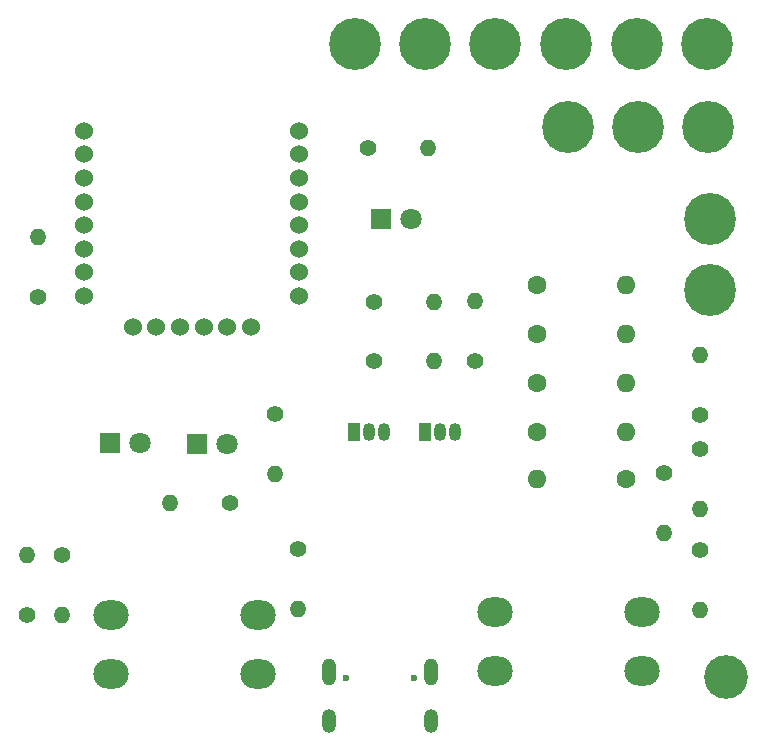
<source format=gbr>
%TF.GenerationSoftware,KiCad,Pcbnew,7.0.9*%
%TF.CreationDate,2024-01-07T00:29:14+01:00*%
%TF.ProjectId,esp32_programmer,65737033-325f-4707-926f-6772616d6d65,rev?*%
%TF.SameCoordinates,Original*%
%TF.FileFunction,Soldermask,Bot*%
%TF.FilePolarity,Negative*%
%FSLAX46Y46*%
G04 Gerber Fmt 4.6, Leading zero omitted, Abs format (unit mm)*
G04 Created by KiCad (PCBNEW 7.0.9) date 2024-01-07 00:29:14*
%MOMM*%
%LPD*%
G01*
G04 APERTURE LIST*
%ADD10C,1.400000*%
%ADD11O,1.400000X1.400000*%
%ADD12C,1.600000*%
%ADD13O,1.600000X1.600000*%
%ADD14C,0.700000*%
%ADD15C,4.400000*%
%ADD16O,3.000000X2.500000*%
%ADD17R,1.800000X1.800000*%
%ADD18C,1.800000*%
%ADD19C,1.524000*%
%ADD20C,3.700000*%
%ADD21R,1.050000X1.500000*%
%ADD22O,1.050000X1.500000*%
%ADD23C,0.600000*%
%ADD24O,1.200000X2.300000*%
%ADD25O,1.200000X2.000000*%
G04 APERTURE END LIST*
D10*
%TO.C,R8*%
X149000000Y-131000000D03*
D11*
X149000000Y-136080000D03*
%TD*%
D12*
%TO.C,C3*%
X135250000Y-116850000D03*
D13*
X142750000Y-116850000D03*
%TD*%
D14*
%TO.C,PIN0*%
X124080000Y-88138000D03*
X124563274Y-86971274D03*
X124563274Y-89304726D03*
X125730000Y-86488000D03*
D15*
X125730000Y-88138000D03*
D14*
X125730000Y-89788000D03*
X126896726Y-86971274D03*
X126896726Y-89304726D03*
X127380000Y-88138000D03*
%TD*%
D10*
%TO.C,R7*%
X120920000Y-97000000D03*
D11*
X126000000Y-97000000D03*
%TD*%
D10*
%TO.C,R3*%
X121460000Y-115000000D03*
D11*
X126540000Y-115000000D03*
%TD*%
D12*
%TO.C,C5*%
X142750000Y-125000000D03*
D13*
X135250000Y-125000000D03*
%TD*%
D10*
%TO.C,R1*%
X115025581Y-130911470D03*
D11*
X115025581Y-135991470D03*
%TD*%
D14*
%TO.C,PIN2*%
X118183274Y-88166726D03*
X118666548Y-87000000D03*
X118666548Y-89333452D03*
X119833274Y-86516726D03*
D15*
X119833274Y-88166726D03*
D14*
X119833274Y-89816726D03*
X121000000Y-87000000D03*
X121000000Y-89333452D03*
X121483274Y-88166726D03*
%TD*%
D16*
%TO.C,SW2*%
X131652143Y-136270872D03*
X144152143Y-136270872D03*
X131652143Y-141270872D03*
X144152143Y-141270872D03*
%TD*%
D10*
%TO.C,R6*%
X92000000Y-136540000D03*
D11*
X92000000Y-131460000D03*
%TD*%
D17*
%TO.C,D2*%
X106460000Y-122000000D03*
D18*
X109000000Y-122000000D03*
%TD*%
D17*
%TO.C,D3*%
X99060000Y-121920000D03*
D18*
X101600000Y-121920000D03*
%TD*%
D10*
%TO.C,R10*%
X149000000Y-122460000D03*
D11*
X149000000Y-127540000D03*
%TD*%
D17*
%TO.C,D1*%
X122000000Y-103000000D03*
D18*
X124540000Y-103000000D03*
%TD*%
D14*
%TO.C,PIN16*%
X148000000Y-88166726D03*
X148483274Y-87000000D03*
X148483274Y-89333452D03*
X149650000Y-86516726D03*
D15*
X149650000Y-88166726D03*
D14*
X149650000Y-89816726D03*
X150816726Y-87000000D03*
X150816726Y-89333452D03*
X151300000Y-88166726D03*
%TD*%
D16*
%TO.C,SW1*%
X111622018Y-141489551D03*
X99122018Y-141489551D03*
X111622018Y-136489551D03*
X99122018Y-136489551D03*
%TD*%
D19*
%TO.C,U2*%
X96900000Y-95500000D03*
X96900000Y-97500000D03*
X96900000Y-99500000D03*
X96900000Y-101500000D03*
X96900000Y-103500000D03*
X96900000Y-105500000D03*
X96900000Y-107500000D03*
X96900000Y-109500000D03*
X101000000Y-112100000D03*
X103000000Y-112100000D03*
X105000000Y-112100000D03*
X107000000Y-112100000D03*
X109000000Y-112100000D03*
X111000000Y-112100000D03*
X115100000Y-109500000D03*
X115100000Y-107500000D03*
X115100000Y-105500000D03*
X115100000Y-103500000D03*
X115100000Y-101500000D03*
X115100000Y-99500000D03*
X115100000Y-97500000D03*
X115100000Y-95500000D03*
%TD*%
D14*
%TO.C,PIN15*%
X142000000Y-88166726D03*
X142483274Y-87000000D03*
X142483274Y-89333452D03*
X143650000Y-86516726D03*
D15*
X143650000Y-88166726D03*
D14*
X143650000Y-89816726D03*
X144816726Y-87000000D03*
X144816726Y-89333452D03*
X145300000Y-88166726D03*
%TD*%
%TO.C,GND*%
X148183274Y-109000000D03*
X148666548Y-107833274D03*
X148666548Y-110166726D03*
X149833274Y-107350000D03*
D15*
X149833274Y-109000000D03*
D14*
X149833274Y-110650000D03*
X151000000Y-107833274D03*
X151000000Y-110166726D03*
X151483274Y-109000000D03*
%TD*%
%TO.C,+5V*%
X148183274Y-103000000D03*
X148666548Y-101833274D03*
X148666548Y-104166726D03*
X149833274Y-101350000D03*
D15*
X149833274Y-103000000D03*
D14*
X149833274Y-104650000D03*
X151000000Y-101833274D03*
X151000000Y-104166726D03*
X151483274Y-103000000D03*
%TD*%
D10*
%TO.C,R5*%
X95000000Y-131460000D03*
D11*
X95000000Y-136540000D03*
%TD*%
D14*
%TO.C,TX*%
X143783274Y-96866726D03*
X142616548Y-96383452D03*
X144950000Y-96383452D03*
X142133274Y-95216726D03*
D15*
X143783274Y-95216726D03*
D14*
X145433274Y-95216726D03*
X142616548Y-94050000D03*
X144950000Y-94050000D03*
X143783274Y-93566726D03*
%TD*%
D10*
%TO.C,R11*%
X149000000Y-119540000D03*
D11*
X149000000Y-114460000D03*
%TD*%
D12*
%TO.C,C2*%
X135250000Y-112700000D03*
D13*
X142750000Y-112700000D03*
%TD*%
D12*
%TO.C,C1*%
X135250000Y-108550000D03*
D13*
X142750000Y-108550000D03*
%TD*%
D12*
%TO.C,C4*%
X135250000Y-121000000D03*
D13*
X142750000Y-121000000D03*
%TD*%
D20*
%TO.C,H13*%
X151250000Y-141750000D03*
%TD*%
D10*
%TO.C,R13*%
X146000000Y-124460000D03*
D11*
X146000000Y-129540000D03*
%TD*%
D14*
%TO.C,BOOT*%
X136000000Y-88166726D03*
X136483274Y-87000000D03*
X136483274Y-89333452D03*
X137650000Y-86516726D03*
D15*
X137650000Y-88166726D03*
D14*
X137650000Y-89816726D03*
X138816726Y-87000000D03*
X138816726Y-89333452D03*
X139300000Y-88166726D03*
%TD*%
%TO.C,RX*%
X137833274Y-96866726D03*
X136666548Y-96383452D03*
X139000000Y-96383452D03*
X136183274Y-95216726D03*
D15*
X137833274Y-95216726D03*
D14*
X139483274Y-95216726D03*
X136666548Y-94050000D03*
X139000000Y-94050000D03*
X137833274Y-93566726D03*
%TD*%
D21*
%TO.C,Q2*%
X125730000Y-121000000D03*
D22*
X127000000Y-121000000D03*
X128270000Y-121000000D03*
%TD*%
D21*
%TO.C,Q1*%
X119730000Y-121000000D03*
D22*
X121000000Y-121000000D03*
X122270000Y-121000000D03*
%TD*%
D10*
%TO.C,R14*%
X109220000Y-127000000D03*
D11*
X104140000Y-127000000D03*
%TD*%
D10*
%TO.C,R2*%
X121460000Y-110000000D03*
D11*
X126540000Y-110000000D03*
%TD*%
D10*
%TO.C,R9*%
X113000000Y-119460000D03*
D11*
X113000000Y-124540000D03*
%TD*%
D10*
%TO.C,R12*%
X93000000Y-109540000D03*
D11*
X93000000Y-104460000D03*
%TD*%
D14*
%TO.C,nRST*%
X149733274Y-96866726D03*
X148566548Y-96383452D03*
X150900000Y-96383452D03*
X148083274Y-95216726D03*
D15*
X149733274Y-95216726D03*
D14*
X151383274Y-95216726D03*
X148566548Y-94050000D03*
X150900000Y-94050000D03*
X149733274Y-93566726D03*
%TD*%
D10*
%TO.C,R4*%
X130000000Y-115000000D03*
D11*
X130000000Y-109920000D03*
%TD*%
D14*
%TO.C,EN*%
X130000000Y-88166726D03*
X130483274Y-87000000D03*
X130483274Y-89333452D03*
X131650000Y-86516726D03*
D15*
X131650000Y-88166726D03*
D14*
X131650000Y-89816726D03*
X132816726Y-87000000D03*
X132816726Y-89333452D03*
X133300000Y-88166726D03*
%TD*%
D23*
%TO.C,P1*%
X119030000Y-141800000D03*
X124810000Y-141800000D03*
D24*
X117595000Y-141300000D03*
D25*
X117595000Y-145500000D03*
D24*
X126245000Y-141300000D03*
D25*
X126245000Y-145500000D03*
%TD*%
M02*

</source>
